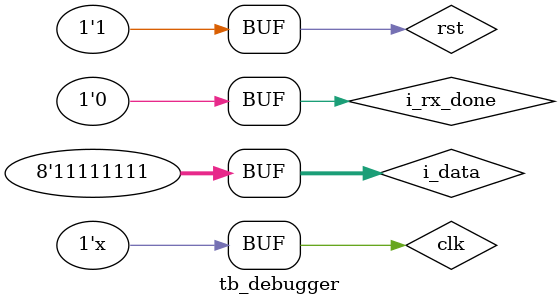
<source format=v>
`timescale 1ns / 1ps
module tb_debugger();

    reg rst;
    reg clk;
    reg i_rx_done;
    reg [7 : 0] i_data;

    wire          o_step;
    wire          o_MemWrite;
    wire [31 : 0] o_instruction;
    wire [4  : 0] o_address;
    wire [7  : 0] o_data_send;
    wire          o_tx_start;

    initial begin
        
        clk = 0;
        rst = 0;
        i_rx_done = 0;
        i_data = 0;

        #100
        rst = 1;
        //Elijo estado load 
        i_rx_done = 1;
        i_data = 8'b00000001;
        #20
        i_rx_done = 0;

        #100
        i_rx_done = 1;
        i_data = 8'b00000001;
        #20
        i_rx_done = 0;
        #100
        i_rx_done = 1;
        i_data = 8'b00000010;
        #20
        i_rx_done = 0;
        #100
        i_rx_done = 1;
        i_data = 8'b00000011;
        #20
        i_rx_done = 0;
        #100
        i_rx_done = 1;
        i_data = 8'b00000100;
        #20
        i_rx_done = 0;

        #100
        i_rx_done = 1;
        i_data = 8'b10000000;
        #20
        i_rx_done = 0;
        #100
        i_rx_done = 1;
        i_data = 8'b01000000;
        #20
        i_rx_done = 0;
        #100
        i_rx_done = 1;
        i_data = 8'b11000000;
        #20
        i_rx_done = 0;
        #100
        i_rx_done = 1;
        i_data = 8'b00100000;
        #20
        i_rx_done = 0;

        #100
        i_rx_done = 1;
        i_data = 8'b11111111;
        #20
        i_rx_done = 0;
        #100
        i_rx_done = 1;
        i_data = 8'b11111111;
        #20
        i_rx_done = 0;
        #100
        i_rx_done = 1;
        i_data = 8'b11111111;
        #20
        i_rx_done = 0;
        #100
        i_rx_done = 1;
        i_data = 8'b11111111;
        #20
        i_rx_done = 0;


    end

    always #10 clk = ~clk;
    debugger u_debugger(
                       .rst(rst),
                       .clk(clk),
                       .i_rx_done(i_rx_done),
                       .i_data(i_data),
                       .o_step(o_step),
                       .o_MemWrite(o_MemWrite),
                       .o_instruction(o_instruction),
                       .o_address(o_address),
                       .o_data_send(o_data_send),
                       .o_tx_start(o_tx_start)
                       );

endmodule


</source>
